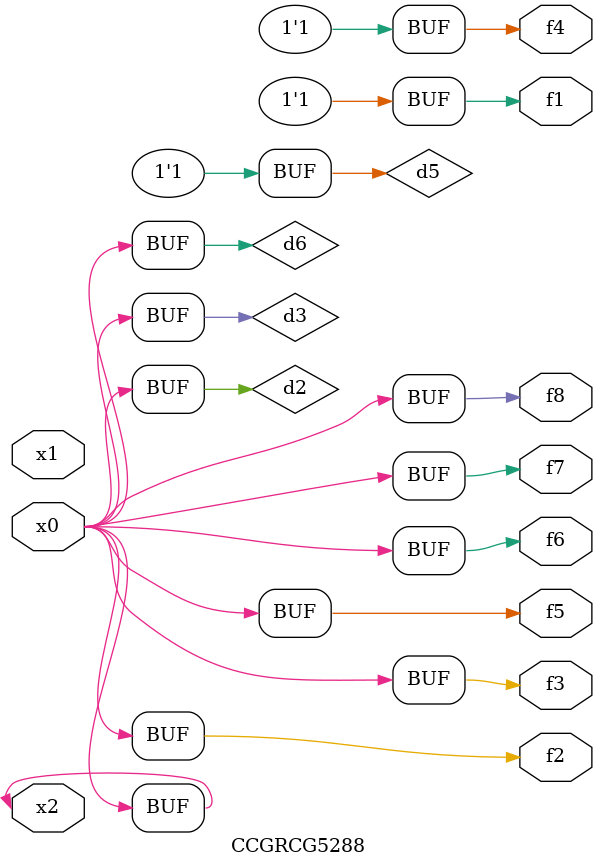
<source format=v>
module CCGRCG5288(
	input x0, x1, x2,
	output f1, f2, f3, f4, f5, f6, f7, f8
);

	wire d1, d2, d3, d4, d5, d6;

	xnor (d1, x2);
	buf (d2, x0, x2);
	and (d3, x0);
	xnor (d4, x1, x2);
	nand (d5, d1, d3);
	buf (d6, d2, d3);
	assign f1 = d5;
	assign f2 = d6;
	assign f3 = d6;
	assign f4 = d5;
	assign f5 = d6;
	assign f6 = d6;
	assign f7 = d6;
	assign f8 = d6;
endmodule

</source>
